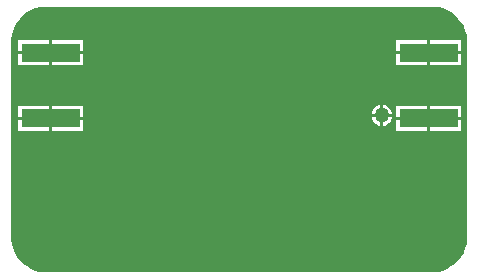
<source format=gbr>
%TF.GenerationSoftware,Altium Limited,Altium Designer,20.0.10 (225)*%
G04 Layer_Physical_Order=2*
G04 Layer_Color=16711680*
%FSLAX26Y26*%
%MOIN*%
%TF.FileFunction,Copper,L2,Bot,Signal*%
%TF.Part,Single*%
G01*
G75*
%TA.AperFunction,SMDPad,CuDef*%
%ADD13R,0.196850X0.062992*%
%TA.AperFunction,ViaPad*%
%ADD16C,0.050000*%
G36*
X3074273Y4702979D02*
X3089228Y4698972D01*
X3103532Y4693047D01*
X3116940Y4685306D01*
X3129224Y4675880D01*
X3140171Y4664932D01*
X3149597Y4652649D01*
X3157338Y4639241D01*
X3163263Y4624936D01*
X3167270Y4609981D01*
X3169291Y4594631D01*
Y4586890D01*
Y3937008D01*
Y3929267D01*
X3167270Y3913916D01*
X3163263Y3898961D01*
X3157338Y3884657D01*
X3149597Y3871249D01*
X3140171Y3858965D01*
X3129224Y3848017D01*
X3116940Y3838592D01*
X3103532Y3830851D01*
X3089228Y3824926D01*
X3074273Y3820919D01*
X3058922Y3818898D01*
X3051181D01*
Y3818898D01*
X1768110D01*
Y3818898D01*
X1760369D01*
X1745019Y3820919D01*
X1730063Y3824926D01*
X1715759Y3830851D01*
X1702351Y3838592D01*
X1690068Y3848017D01*
X1679120Y3858965D01*
X1669695Y3871249D01*
X1661953Y3884657D01*
X1656028Y3898961D01*
X1652021Y3913916D01*
X1650000Y3929267D01*
Y3937008D01*
X1650000D01*
Y4586890D01*
Y4594631D01*
X1652021Y4609981D01*
X1656028Y4624936D01*
X1661953Y4639241D01*
X1669694Y4652649D01*
X1679120Y4664932D01*
X1690068Y4675880D01*
X1702351Y4685306D01*
X1715759Y4693047D01*
X1730063Y4698972D01*
X1745019Y4702979D01*
X1760369Y4705000D01*
X1768110D01*
Y4705000D01*
X3051181D01*
X3058922Y4705000D01*
X3074273Y4702979D01*
D02*
G37*
%LPC*%
G36*
X1890315Y4591913D02*
X1786890D01*
Y4555418D01*
X1890315D01*
Y4591913D01*
D02*
G37*
G36*
X1776890D02*
X1673465D01*
Y4555418D01*
X1776890D01*
Y4591913D01*
D02*
G37*
G36*
X3149370D02*
X3045945D01*
Y4555417D01*
X3149370D01*
Y4591913D01*
D02*
G37*
G36*
X3035945D02*
X2932520D01*
Y4555417D01*
X3035945D01*
Y4591913D01*
D02*
G37*
G36*
X3149370Y4545417D02*
X3045945D01*
Y4508921D01*
X3149370D01*
Y4545417D01*
D02*
G37*
G36*
X3035945D02*
X2932520D01*
Y4508921D01*
X3035945D01*
Y4545417D01*
D02*
G37*
G36*
X1890315Y4545418D02*
X1786890D01*
Y4508921D01*
X1890315D01*
Y4545418D01*
D02*
G37*
G36*
X1776890D02*
X1673465D01*
Y4508921D01*
X1776890D01*
Y4545418D01*
D02*
G37*
G36*
X2890000Y4377026D02*
Y4347382D01*
X2919644D01*
X2919099Y4351519D01*
X2915572Y4360033D01*
X2909962Y4367344D01*
X2902651Y4372954D01*
X2894137Y4376481D01*
X2890000Y4377026D01*
D02*
G37*
G36*
X2880000D02*
X2875863Y4376481D01*
X2867349Y4372954D01*
X2860038Y4367344D01*
X2854428Y4360033D01*
X2850901Y4351519D01*
X2850356Y4347382D01*
X2880000D01*
Y4377026D01*
D02*
G37*
G36*
X1890315Y4373803D02*
X1786890D01*
Y4337307D01*
X1890315D01*
Y4373803D01*
D02*
G37*
G36*
X1776890D02*
X1673465D01*
Y4337307D01*
X1776890D01*
Y4373803D01*
D02*
G37*
G36*
X3149370D02*
X3045945D01*
Y4337307D01*
X3149370D01*
Y4373803D01*
D02*
G37*
G36*
X3035945D02*
X2932520D01*
Y4337307D01*
X3035945D01*
Y4373803D01*
D02*
G37*
G36*
X2919644Y4337382D02*
X2890000D01*
Y4307738D01*
X2894137Y4308283D01*
X2902651Y4311810D01*
X2909962Y4317420D01*
X2915572Y4324731D01*
X2919099Y4333245D01*
X2919644Y4337382D01*
D02*
G37*
G36*
X2880000D02*
X2850356D01*
X2850901Y4333245D01*
X2854428Y4324731D01*
X2860038Y4317420D01*
X2867349Y4311810D01*
X2875863Y4308283D01*
X2880000Y4307738D01*
Y4337382D01*
D02*
G37*
G36*
X3149370Y4327307D02*
X3045945D01*
Y4290811D01*
X3149370D01*
Y4327307D01*
D02*
G37*
G36*
X3035945D02*
X2932520D01*
Y4290811D01*
X3035945D01*
Y4327307D01*
D02*
G37*
G36*
X1890315Y4327307D02*
X1786890D01*
Y4290811D01*
X1890315D01*
Y4327307D01*
D02*
G37*
G36*
X1776890D02*
X1673465D01*
Y4290811D01*
X1776890D01*
Y4327307D01*
D02*
G37*
%LPD*%
D13*
X3040945Y4550417D02*
D03*
Y4332307D02*
D03*
X1781890D02*
D03*
Y4550417D02*
D03*
D16*
X1790000Y4635000D02*
D03*
X2885000Y4342382D02*
D03*
X2791673Y4530000D02*
D03*
X2885000D02*
D03*
X1940000Y4335000D02*
D03*
X2945000Y4630000D02*
D03*
X2665000Y4340000D02*
D03*
X2165000Y4125000D02*
D03*
Y4045000D02*
D03*
X1970000Y4075000D02*
D03*
Y4155000D02*
D03*
X2885000Y4180000D02*
D03*
Y4099085D02*
D03*
X2665000Y3994327D02*
D03*
X2885000D02*
D03*
X2665000Y4129885D02*
D03*
Y4250000D02*
D03*
X2390000Y4530000D02*
D03*
X2345000Y4340000D02*
D03*
X2474385D02*
D03*
X2525000Y4530000D02*
D03*
X1970000Y4260000D02*
D03*
X2165000Y4255000D02*
D03*
X2665000Y4530000D02*
D03*
X2570000Y4340000D02*
D03*
X2885000Y4265000D02*
D03*
X1935000Y4555000D02*
D03*
X2165000Y4325000D02*
D03*
X2240000Y4340000D02*
D03*
X2265425Y4530000D02*
D03*
X2171548D02*
D03*
X2085000D02*
D03*
X2010000D02*
D03*
X2775000Y3880000D02*
D03*
X2065000Y3875000D02*
D03*
%TF.MD5,1705925e9f8d0884c5871fda8e19f02c*%
M02*

</source>
